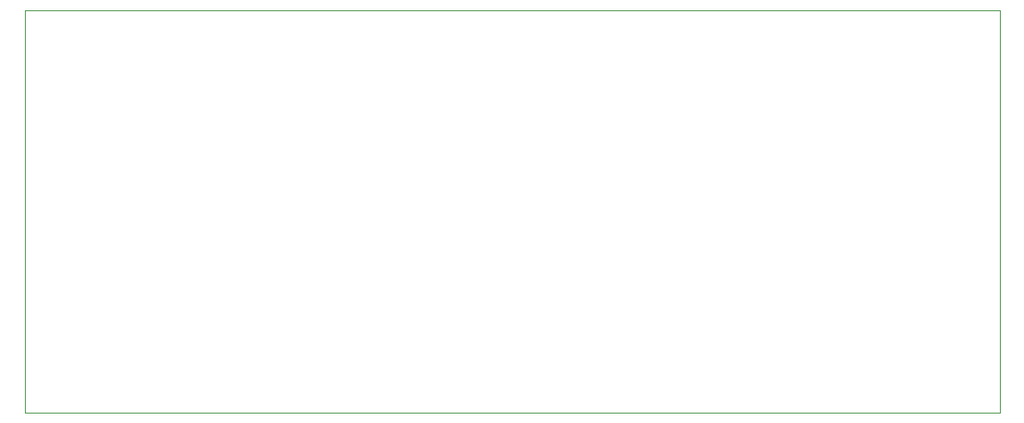
<source format=gbr>
%TF.GenerationSoftware,KiCad,Pcbnew,8.0.3*%
%TF.CreationDate,2024-10-19T22:40:53-05:00*%
%TF.ProjectId,G1 RGB Mod Board,47312052-4742-4204-9d6f-6420426f6172,rev?*%
%TF.SameCoordinates,Original*%
%TF.FileFunction,Profile,NP*%
%FSLAX46Y46*%
G04 Gerber Fmt 4.6, Leading zero omitted, Abs format (unit mm)*
G04 Created by KiCad (PCBNEW 8.0.3) date 2024-10-19 22:40:53*
%MOMM*%
%LPD*%
G01*
G04 APERTURE LIST*
%TA.AperFunction,Profile*%
%ADD10C,0.050000*%
%TD*%
G04 APERTURE END LIST*
D10*
X13716000Y-13948000D02*
X109728000Y-13936000D01*
X109728000Y-53560000D02*
X13716000Y-53560000D01*
X13716000Y-13948000D02*
X13716000Y-53560000D01*
X109728000Y-13936000D02*
X109728000Y-53560000D01*
M02*

</source>
